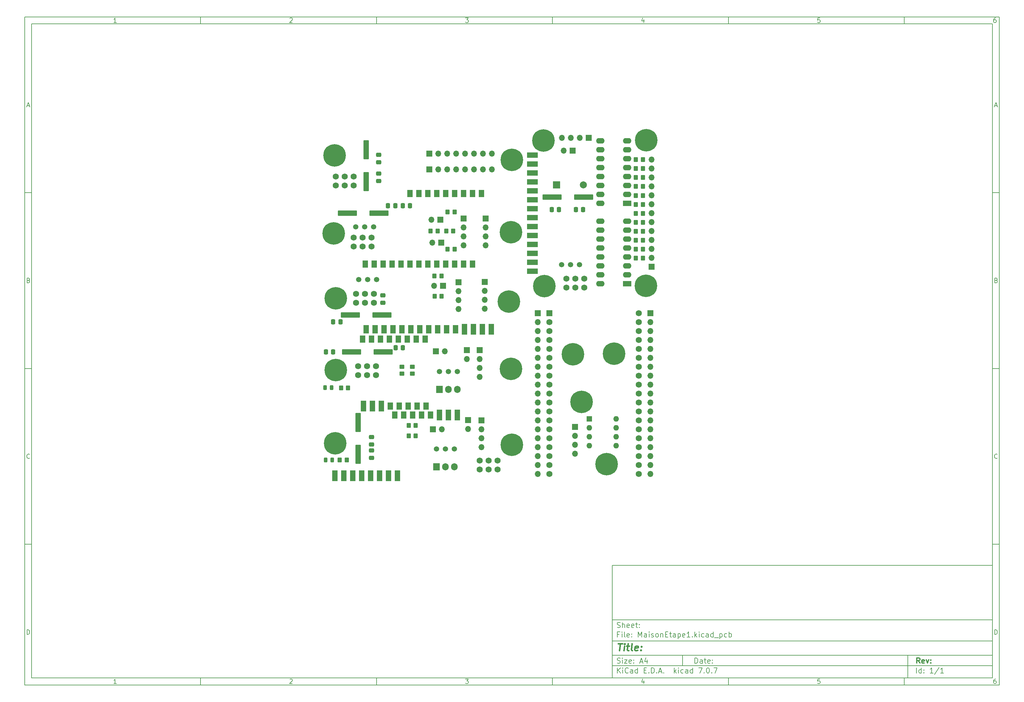
<source format=gbs>
%TF.GenerationSoftware,KiCad,Pcbnew,7.0.7*%
%TF.CreationDate,2023-11-05T18:49:29-05:00*%
%TF.ProjectId,MaisonEtape1,4d616973-6f6e-4457-9461-7065312e6b69,rev?*%
%TF.SameCoordinates,Original*%
%TF.FileFunction,Soldermask,Bot*%
%TF.FilePolarity,Negative*%
%FSLAX46Y46*%
G04 Gerber Fmt 4.6, Leading zero omitted, Abs format (unit mm)*
G04 Created by KiCad (PCBNEW 7.0.7) date 2023-11-05 18:49:29*
%MOMM*%
%LPD*%
G01*
G04 APERTURE LIST*
G04 Aperture macros list*
%AMRoundRect*
0 Rectangle with rounded corners*
0 $1 Rounding radius*
0 $2 $3 $4 $5 $6 $7 $8 $9 X,Y pos of 4 corners*
0 Add a 4 corners polygon primitive as box body*
4,1,4,$2,$3,$4,$5,$6,$7,$8,$9,$2,$3,0*
0 Add four circle primitives for the rounded corners*
1,1,$1+$1,$2,$3*
1,1,$1+$1,$4,$5*
1,1,$1+$1,$6,$7*
1,1,$1+$1,$8,$9*
0 Add four rect primitives between the rounded corners*
20,1,$1+$1,$2,$3,$4,$5,0*
20,1,$1+$1,$4,$5,$6,$7,0*
20,1,$1+$1,$6,$7,$8,$9,0*
20,1,$1+$1,$8,$9,$2,$3,0*%
%AMFreePoly0*
4,1,5,0.762000,-1.524000,-0.762000,-1.524000,-0.762000,1.524000,0.762000,1.524000,0.762000,-1.524000,0.762000,-1.524000,$1*%
%AMFreePoly1*
4,1,5,0.762000,-1.200000,-0.762000,-1.200000,-0.762000,1.200000,0.762000,1.200000,0.762000,-1.200000,0.762000,-1.200000,$1*%
%AMFreePoly2*
4,1,5,0.762000,-1.050000,-0.762000,-1.050000,-0.762000,1.050000,0.762000,1.050000,0.762000,-1.050000,0.762000,-1.050000,$1*%
%AMFreePoly3*
4,1,5,0.762000,-1.000000,-0.762000,-1.000000,-0.762000,1.000000,0.762000,1.000000,0.762000,-1.000000,0.762000,-1.000000,$1*%
G04 Aperture macros list end*
%ADD10C,0.100000*%
%ADD11C,0.150000*%
%ADD12C,0.300000*%
%ADD13C,0.400000*%
%ADD14C,6.400000*%
%ADD15FreePoly0,180.000000*%
%ADD16FreePoly1,180.000000*%
%ADD17R,1.700000X1.700000*%
%ADD18O,1.700000X1.700000*%
%ADD19C,1.750000*%
%ADD20C,0.800000*%
%ADD21FreePoly0,0.000000*%
%ADD22FreePoly2,0.000000*%
%ADD23R,2.000000X2.000000*%
%ADD24C,2.000000*%
%ADD25R,2.400000X1.600000*%
%ADD26O,2.400000X1.600000*%
%ADD27RoundRect,0.102000X-0.765000X-0.765000X0.765000X-0.765000X0.765000X0.765000X-0.765000X0.765000X0*%
%ADD28C,1.734000*%
%ADD29FreePoly3,0.000000*%
%ADD30C,1.500000*%
%ADD31R,1.905000X2.000000*%
%ADD32O,1.905000X2.000000*%
%ADD33FreePoly0,270.000000*%
%ADD34O,1.600000X1.600000*%
%ADD35R,1.600000X1.600000*%
%ADD36RoundRect,0.250000X0.350000X0.450000X-0.350000X0.450000X-0.350000X-0.450000X0.350000X-0.450000X0*%
%ADD37RoundRect,0.250000X-0.350000X-0.450000X0.350000X-0.450000X0.350000X0.450000X-0.350000X0.450000X0*%
%ADD38RoundRect,0.243750X-0.243750X-0.456250X0.243750X-0.456250X0.243750X0.456250X-0.243750X0.456250X0*%
%ADD39RoundRect,0.187500X0.562500X-2.562500X0.562500X2.562500X-0.562500X2.562500X-0.562500X-2.562500X0*%
%ADD40RoundRect,0.187500X2.562500X0.562500X-2.562500X0.562500X-2.562500X-0.562500X2.562500X-0.562500X0*%
%ADD41RoundRect,0.187500X-0.562500X2.562500X-0.562500X-2.562500X0.562500X-2.562500X0.562500X2.562500X0*%
%ADD42RoundRect,0.250000X0.475000X-0.337500X0.475000X0.337500X-0.475000X0.337500X-0.475000X-0.337500X0*%
%ADD43RoundRect,0.250000X-0.450000X0.350000X-0.450000X-0.350000X0.450000X-0.350000X0.450000X0.350000X0*%
%ADD44RoundRect,0.250000X-0.475000X0.337500X-0.475000X-0.337500X0.475000X-0.337500X0.475000X0.337500X0*%
%ADD45RoundRect,0.250000X-0.337500X-0.475000X0.337500X-0.475000X0.337500X0.475000X-0.337500X0.475000X0*%
%ADD46RoundRect,0.250000X0.337500X0.475000X-0.337500X0.475000X-0.337500X-0.475000X0.337500X-0.475000X0*%
G04 APERTURE END LIST*
D10*
D11*
X177002200Y-166007200D02*
X285002200Y-166007200D01*
X285002200Y-198007200D01*
X177002200Y-198007200D01*
X177002200Y-166007200D01*
D10*
D11*
X10000000Y-10000000D02*
X287002200Y-10000000D01*
X287002200Y-200007200D01*
X10000000Y-200007200D01*
X10000000Y-10000000D01*
D10*
D11*
X12000000Y-12000000D02*
X285002200Y-12000000D01*
X285002200Y-198007200D01*
X12000000Y-198007200D01*
X12000000Y-12000000D01*
D10*
D11*
X60000000Y-12000000D02*
X60000000Y-10000000D01*
D10*
D11*
X110000000Y-12000000D02*
X110000000Y-10000000D01*
D10*
D11*
X160000000Y-12000000D02*
X160000000Y-10000000D01*
D10*
D11*
X210000000Y-12000000D02*
X210000000Y-10000000D01*
D10*
D11*
X260000000Y-12000000D02*
X260000000Y-10000000D01*
D10*
D11*
X36089160Y-11593604D02*
X35346303Y-11593604D01*
X35717731Y-11593604D02*
X35717731Y-10293604D01*
X35717731Y-10293604D02*
X35593922Y-10479319D01*
X35593922Y-10479319D02*
X35470112Y-10603128D01*
X35470112Y-10603128D02*
X35346303Y-10665033D01*
D10*
D11*
X85346303Y-10417414D02*
X85408207Y-10355509D01*
X85408207Y-10355509D02*
X85532017Y-10293604D01*
X85532017Y-10293604D02*
X85841541Y-10293604D01*
X85841541Y-10293604D02*
X85965350Y-10355509D01*
X85965350Y-10355509D02*
X86027255Y-10417414D01*
X86027255Y-10417414D02*
X86089160Y-10541223D01*
X86089160Y-10541223D02*
X86089160Y-10665033D01*
X86089160Y-10665033D02*
X86027255Y-10850747D01*
X86027255Y-10850747D02*
X85284398Y-11593604D01*
X85284398Y-11593604D02*
X86089160Y-11593604D01*
D10*
D11*
X135284398Y-10293604D02*
X136089160Y-10293604D01*
X136089160Y-10293604D02*
X135655826Y-10788842D01*
X135655826Y-10788842D02*
X135841541Y-10788842D01*
X135841541Y-10788842D02*
X135965350Y-10850747D01*
X135965350Y-10850747D02*
X136027255Y-10912652D01*
X136027255Y-10912652D02*
X136089160Y-11036461D01*
X136089160Y-11036461D02*
X136089160Y-11345985D01*
X136089160Y-11345985D02*
X136027255Y-11469795D01*
X136027255Y-11469795D02*
X135965350Y-11531700D01*
X135965350Y-11531700D02*
X135841541Y-11593604D01*
X135841541Y-11593604D02*
X135470112Y-11593604D01*
X135470112Y-11593604D02*
X135346303Y-11531700D01*
X135346303Y-11531700D02*
X135284398Y-11469795D01*
D10*
D11*
X185965350Y-10726938D02*
X185965350Y-11593604D01*
X185655826Y-10231700D02*
X185346303Y-11160271D01*
X185346303Y-11160271D02*
X186151064Y-11160271D01*
D10*
D11*
X236027255Y-10293604D02*
X235408207Y-10293604D01*
X235408207Y-10293604D02*
X235346303Y-10912652D01*
X235346303Y-10912652D02*
X235408207Y-10850747D01*
X235408207Y-10850747D02*
X235532017Y-10788842D01*
X235532017Y-10788842D02*
X235841541Y-10788842D01*
X235841541Y-10788842D02*
X235965350Y-10850747D01*
X235965350Y-10850747D02*
X236027255Y-10912652D01*
X236027255Y-10912652D02*
X236089160Y-11036461D01*
X236089160Y-11036461D02*
X236089160Y-11345985D01*
X236089160Y-11345985D02*
X236027255Y-11469795D01*
X236027255Y-11469795D02*
X235965350Y-11531700D01*
X235965350Y-11531700D02*
X235841541Y-11593604D01*
X235841541Y-11593604D02*
X235532017Y-11593604D01*
X235532017Y-11593604D02*
X235408207Y-11531700D01*
X235408207Y-11531700D02*
X235346303Y-11469795D01*
D10*
D11*
X285965350Y-10293604D02*
X285717731Y-10293604D01*
X285717731Y-10293604D02*
X285593922Y-10355509D01*
X285593922Y-10355509D02*
X285532017Y-10417414D01*
X285532017Y-10417414D02*
X285408207Y-10603128D01*
X285408207Y-10603128D02*
X285346303Y-10850747D01*
X285346303Y-10850747D02*
X285346303Y-11345985D01*
X285346303Y-11345985D02*
X285408207Y-11469795D01*
X285408207Y-11469795D02*
X285470112Y-11531700D01*
X285470112Y-11531700D02*
X285593922Y-11593604D01*
X285593922Y-11593604D02*
X285841541Y-11593604D01*
X285841541Y-11593604D02*
X285965350Y-11531700D01*
X285965350Y-11531700D02*
X286027255Y-11469795D01*
X286027255Y-11469795D02*
X286089160Y-11345985D01*
X286089160Y-11345985D02*
X286089160Y-11036461D01*
X286089160Y-11036461D02*
X286027255Y-10912652D01*
X286027255Y-10912652D02*
X285965350Y-10850747D01*
X285965350Y-10850747D02*
X285841541Y-10788842D01*
X285841541Y-10788842D02*
X285593922Y-10788842D01*
X285593922Y-10788842D02*
X285470112Y-10850747D01*
X285470112Y-10850747D02*
X285408207Y-10912652D01*
X285408207Y-10912652D02*
X285346303Y-11036461D01*
D10*
D11*
X60000000Y-198007200D02*
X60000000Y-200007200D01*
D10*
D11*
X110000000Y-198007200D02*
X110000000Y-200007200D01*
D10*
D11*
X160000000Y-198007200D02*
X160000000Y-200007200D01*
D10*
D11*
X210000000Y-198007200D02*
X210000000Y-200007200D01*
D10*
D11*
X260000000Y-198007200D02*
X260000000Y-200007200D01*
D10*
D11*
X36089160Y-199600804D02*
X35346303Y-199600804D01*
X35717731Y-199600804D02*
X35717731Y-198300804D01*
X35717731Y-198300804D02*
X35593922Y-198486519D01*
X35593922Y-198486519D02*
X35470112Y-198610328D01*
X35470112Y-198610328D02*
X35346303Y-198672233D01*
D10*
D11*
X85346303Y-198424614D02*
X85408207Y-198362709D01*
X85408207Y-198362709D02*
X85532017Y-198300804D01*
X85532017Y-198300804D02*
X85841541Y-198300804D01*
X85841541Y-198300804D02*
X85965350Y-198362709D01*
X85965350Y-198362709D02*
X86027255Y-198424614D01*
X86027255Y-198424614D02*
X86089160Y-198548423D01*
X86089160Y-198548423D02*
X86089160Y-198672233D01*
X86089160Y-198672233D02*
X86027255Y-198857947D01*
X86027255Y-198857947D02*
X85284398Y-199600804D01*
X85284398Y-199600804D02*
X86089160Y-199600804D01*
D10*
D11*
X135284398Y-198300804D02*
X136089160Y-198300804D01*
X136089160Y-198300804D02*
X135655826Y-198796042D01*
X135655826Y-198796042D02*
X135841541Y-198796042D01*
X135841541Y-198796042D02*
X135965350Y-198857947D01*
X135965350Y-198857947D02*
X136027255Y-198919852D01*
X136027255Y-198919852D02*
X136089160Y-199043661D01*
X136089160Y-199043661D02*
X136089160Y-199353185D01*
X136089160Y-199353185D02*
X136027255Y-199476995D01*
X136027255Y-199476995D02*
X135965350Y-199538900D01*
X135965350Y-199538900D02*
X135841541Y-199600804D01*
X135841541Y-199600804D02*
X135470112Y-199600804D01*
X135470112Y-199600804D02*
X135346303Y-199538900D01*
X135346303Y-199538900D02*
X135284398Y-199476995D01*
D10*
D11*
X185965350Y-198734138D02*
X185965350Y-199600804D01*
X185655826Y-198238900D02*
X185346303Y-199167471D01*
X185346303Y-199167471D02*
X186151064Y-199167471D01*
D10*
D11*
X236027255Y-198300804D02*
X235408207Y-198300804D01*
X235408207Y-198300804D02*
X235346303Y-198919852D01*
X235346303Y-198919852D02*
X235408207Y-198857947D01*
X235408207Y-198857947D02*
X235532017Y-198796042D01*
X235532017Y-198796042D02*
X235841541Y-198796042D01*
X235841541Y-198796042D02*
X235965350Y-198857947D01*
X235965350Y-198857947D02*
X236027255Y-198919852D01*
X236027255Y-198919852D02*
X236089160Y-199043661D01*
X236089160Y-199043661D02*
X236089160Y-199353185D01*
X236089160Y-199353185D02*
X236027255Y-199476995D01*
X236027255Y-199476995D02*
X235965350Y-199538900D01*
X235965350Y-199538900D02*
X235841541Y-199600804D01*
X235841541Y-199600804D02*
X235532017Y-199600804D01*
X235532017Y-199600804D02*
X235408207Y-199538900D01*
X235408207Y-199538900D02*
X235346303Y-199476995D01*
D10*
D11*
X285965350Y-198300804D02*
X285717731Y-198300804D01*
X285717731Y-198300804D02*
X285593922Y-198362709D01*
X285593922Y-198362709D02*
X285532017Y-198424614D01*
X285532017Y-198424614D02*
X285408207Y-198610328D01*
X285408207Y-198610328D02*
X285346303Y-198857947D01*
X285346303Y-198857947D02*
X285346303Y-199353185D01*
X285346303Y-199353185D02*
X285408207Y-199476995D01*
X285408207Y-199476995D02*
X285470112Y-199538900D01*
X285470112Y-199538900D02*
X285593922Y-199600804D01*
X285593922Y-199600804D02*
X285841541Y-199600804D01*
X285841541Y-199600804D02*
X285965350Y-199538900D01*
X285965350Y-199538900D02*
X286027255Y-199476995D01*
X286027255Y-199476995D02*
X286089160Y-199353185D01*
X286089160Y-199353185D02*
X286089160Y-199043661D01*
X286089160Y-199043661D02*
X286027255Y-198919852D01*
X286027255Y-198919852D02*
X285965350Y-198857947D01*
X285965350Y-198857947D02*
X285841541Y-198796042D01*
X285841541Y-198796042D02*
X285593922Y-198796042D01*
X285593922Y-198796042D02*
X285470112Y-198857947D01*
X285470112Y-198857947D02*
X285408207Y-198919852D01*
X285408207Y-198919852D02*
X285346303Y-199043661D01*
D10*
D11*
X10000000Y-60000000D02*
X12000000Y-60000000D01*
D10*
D11*
X10000000Y-110000000D02*
X12000000Y-110000000D01*
D10*
D11*
X10000000Y-160000000D02*
X12000000Y-160000000D01*
D10*
D11*
X10690476Y-35222176D02*
X11309523Y-35222176D01*
X10566666Y-35593604D02*
X10999999Y-34293604D01*
X10999999Y-34293604D02*
X11433333Y-35593604D01*
D10*
D11*
X11092857Y-84912652D02*
X11278571Y-84974557D01*
X11278571Y-84974557D02*
X11340476Y-85036461D01*
X11340476Y-85036461D02*
X11402380Y-85160271D01*
X11402380Y-85160271D02*
X11402380Y-85345985D01*
X11402380Y-85345985D02*
X11340476Y-85469795D01*
X11340476Y-85469795D02*
X11278571Y-85531700D01*
X11278571Y-85531700D02*
X11154761Y-85593604D01*
X11154761Y-85593604D02*
X10659523Y-85593604D01*
X10659523Y-85593604D02*
X10659523Y-84293604D01*
X10659523Y-84293604D02*
X11092857Y-84293604D01*
X11092857Y-84293604D02*
X11216666Y-84355509D01*
X11216666Y-84355509D02*
X11278571Y-84417414D01*
X11278571Y-84417414D02*
X11340476Y-84541223D01*
X11340476Y-84541223D02*
X11340476Y-84665033D01*
X11340476Y-84665033D02*
X11278571Y-84788842D01*
X11278571Y-84788842D02*
X11216666Y-84850747D01*
X11216666Y-84850747D02*
X11092857Y-84912652D01*
X11092857Y-84912652D02*
X10659523Y-84912652D01*
D10*
D11*
X11402380Y-135469795D02*
X11340476Y-135531700D01*
X11340476Y-135531700D02*
X11154761Y-135593604D01*
X11154761Y-135593604D02*
X11030952Y-135593604D01*
X11030952Y-135593604D02*
X10845238Y-135531700D01*
X10845238Y-135531700D02*
X10721428Y-135407890D01*
X10721428Y-135407890D02*
X10659523Y-135284080D01*
X10659523Y-135284080D02*
X10597619Y-135036461D01*
X10597619Y-135036461D02*
X10597619Y-134850747D01*
X10597619Y-134850747D02*
X10659523Y-134603128D01*
X10659523Y-134603128D02*
X10721428Y-134479319D01*
X10721428Y-134479319D02*
X10845238Y-134355509D01*
X10845238Y-134355509D02*
X11030952Y-134293604D01*
X11030952Y-134293604D02*
X11154761Y-134293604D01*
X11154761Y-134293604D02*
X11340476Y-134355509D01*
X11340476Y-134355509D02*
X11402380Y-134417414D01*
D10*
D11*
X10659523Y-185593604D02*
X10659523Y-184293604D01*
X10659523Y-184293604D02*
X10969047Y-184293604D01*
X10969047Y-184293604D02*
X11154761Y-184355509D01*
X11154761Y-184355509D02*
X11278571Y-184479319D01*
X11278571Y-184479319D02*
X11340476Y-184603128D01*
X11340476Y-184603128D02*
X11402380Y-184850747D01*
X11402380Y-184850747D02*
X11402380Y-185036461D01*
X11402380Y-185036461D02*
X11340476Y-185284080D01*
X11340476Y-185284080D02*
X11278571Y-185407890D01*
X11278571Y-185407890D02*
X11154761Y-185531700D01*
X11154761Y-185531700D02*
X10969047Y-185593604D01*
X10969047Y-185593604D02*
X10659523Y-185593604D01*
D10*
D11*
X287002200Y-60000000D02*
X285002200Y-60000000D01*
D10*
D11*
X287002200Y-110000000D02*
X285002200Y-110000000D01*
D10*
D11*
X287002200Y-160000000D02*
X285002200Y-160000000D01*
D10*
D11*
X285692676Y-35222176D02*
X286311723Y-35222176D01*
X285568866Y-35593604D02*
X286002199Y-34293604D01*
X286002199Y-34293604D02*
X286435533Y-35593604D01*
D10*
D11*
X286095057Y-84912652D02*
X286280771Y-84974557D01*
X286280771Y-84974557D02*
X286342676Y-85036461D01*
X286342676Y-85036461D02*
X286404580Y-85160271D01*
X286404580Y-85160271D02*
X286404580Y-85345985D01*
X286404580Y-85345985D02*
X286342676Y-85469795D01*
X286342676Y-85469795D02*
X286280771Y-85531700D01*
X286280771Y-85531700D02*
X286156961Y-85593604D01*
X286156961Y-85593604D02*
X285661723Y-85593604D01*
X285661723Y-85593604D02*
X285661723Y-84293604D01*
X285661723Y-84293604D02*
X286095057Y-84293604D01*
X286095057Y-84293604D02*
X286218866Y-84355509D01*
X286218866Y-84355509D02*
X286280771Y-84417414D01*
X286280771Y-84417414D02*
X286342676Y-84541223D01*
X286342676Y-84541223D02*
X286342676Y-84665033D01*
X286342676Y-84665033D02*
X286280771Y-84788842D01*
X286280771Y-84788842D02*
X286218866Y-84850747D01*
X286218866Y-84850747D02*
X286095057Y-84912652D01*
X286095057Y-84912652D02*
X285661723Y-84912652D01*
D10*
D11*
X286404580Y-135469795D02*
X286342676Y-135531700D01*
X286342676Y-135531700D02*
X286156961Y-135593604D01*
X286156961Y-135593604D02*
X286033152Y-135593604D01*
X286033152Y-135593604D02*
X285847438Y-135531700D01*
X285847438Y-135531700D02*
X285723628Y-135407890D01*
X285723628Y-135407890D02*
X285661723Y-135284080D01*
X285661723Y-135284080D02*
X285599819Y-135036461D01*
X285599819Y-135036461D02*
X285599819Y-134850747D01*
X285599819Y-134850747D02*
X285661723Y-134603128D01*
X285661723Y-134603128D02*
X285723628Y-134479319D01*
X285723628Y-134479319D02*
X285847438Y-134355509D01*
X285847438Y-134355509D02*
X286033152Y-134293604D01*
X286033152Y-134293604D02*
X286156961Y-134293604D01*
X286156961Y-134293604D02*
X286342676Y-134355509D01*
X286342676Y-134355509D02*
X286404580Y-134417414D01*
D10*
D11*
X285661723Y-185593604D02*
X285661723Y-184293604D01*
X285661723Y-184293604D02*
X285971247Y-184293604D01*
X285971247Y-184293604D02*
X286156961Y-184355509D01*
X286156961Y-184355509D02*
X286280771Y-184479319D01*
X286280771Y-184479319D02*
X286342676Y-184603128D01*
X286342676Y-184603128D02*
X286404580Y-184850747D01*
X286404580Y-184850747D02*
X286404580Y-185036461D01*
X286404580Y-185036461D02*
X286342676Y-185284080D01*
X286342676Y-185284080D02*
X286280771Y-185407890D01*
X286280771Y-185407890D02*
X286156961Y-185531700D01*
X286156961Y-185531700D02*
X285971247Y-185593604D01*
X285971247Y-185593604D02*
X285661723Y-185593604D01*
D10*
D11*
X200458026Y-193793328D02*
X200458026Y-192293328D01*
X200458026Y-192293328D02*
X200815169Y-192293328D01*
X200815169Y-192293328D02*
X201029455Y-192364757D01*
X201029455Y-192364757D02*
X201172312Y-192507614D01*
X201172312Y-192507614D02*
X201243741Y-192650471D01*
X201243741Y-192650471D02*
X201315169Y-192936185D01*
X201315169Y-192936185D02*
X201315169Y-193150471D01*
X201315169Y-193150471D02*
X201243741Y-193436185D01*
X201243741Y-193436185D02*
X201172312Y-193579042D01*
X201172312Y-193579042D02*
X201029455Y-193721900D01*
X201029455Y-193721900D02*
X200815169Y-193793328D01*
X200815169Y-193793328D02*
X200458026Y-193793328D01*
X202600884Y-193793328D02*
X202600884Y-193007614D01*
X202600884Y-193007614D02*
X202529455Y-192864757D01*
X202529455Y-192864757D02*
X202386598Y-192793328D01*
X202386598Y-192793328D02*
X202100884Y-192793328D01*
X202100884Y-192793328D02*
X201958026Y-192864757D01*
X202600884Y-193721900D02*
X202458026Y-193793328D01*
X202458026Y-193793328D02*
X202100884Y-193793328D01*
X202100884Y-193793328D02*
X201958026Y-193721900D01*
X201958026Y-193721900D02*
X201886598Y-193579042D01*
X201886598Y-193579042D02*
X201886598Y-193436185D01*
X201886598Y-193436185D02*
X201958026Y-193293328D01*
X201958026Y-193293328D02*
X202100884Y-193221900D01*
X202100884Y-193221900D02*
X202458026Y-193221900D01*
X202458026Y-193221900D02*
X202600884Y-193150471D01*
X203100884Y-192793328D02*
X203672312Y-192793328D01*
X203315169Y-192293328D02*
X203315169Y-193579042D01*
X203315169Y-193579042D02*
X203386598Y-193721900D01*
X203386598Y-193721900D02*
X203529455Y-193793328D01*
X203529455Y-193793328D02*
X203672312Y-193793328D01*
X204743741Y-193721900D02*
X204600884Y-193793328D01*
X204600884Y-193793328D02*
X204315170Y-193793328D01*
X204315170Y-193793328D02*
X204172312Y-193721900D01*
X204172312Y-193721900D02*
X204100884Y-193579042D01*
X204100884Y-193579042D02*
X204100884Y-193007614D01*
X204100884Y-193007614D02*
X204172312Y-192864757D01*
X204172312Y-192864757D02*
X204315170Y-192793328D01*
X204315170Y-192793328D02*
X204600884Y-192793328D01*
X204600884Y-192793328D02*
X204743741Y-192864757D01*
X204743741Y-192864757D02*
X204815170Y-193007614D01*
X204815170Y-193007614D02*
X204815170Y-193150471D01*
X204815170Y-193150471D02*
X204100884Y-193293328D01*
X205458026Y-193650471D02*
X205529455Y-193721900D01*
X205529455Y-193721900D02*
X205458026Y-193793328D01*
X205458026Y-193793328D02*
X205386598Y-193721900D01*
X205386598Y-193721900D02*
X205458026Y-193650471D01*
X205458026Y-193650471D02*
X205458026Y-193793328D01*
X205458026Y-192864757D02*
X205529455Y-192936185D01*
X205529455Y-192936185D02*
X205458026Y-193007614D01*
X205458026Y-193007614D02*
X205386598Y-192936185D01*
X205386598Y-192936185D02*
X205458026Y-192864757D01*
X205458026Y-192864757D02*
X205458026Y-193007614D01*
D10*
D11*
X177002200Y-194507200D02*
X285002200Y-194507200D01*
D10*
D11*
X178458026Y-196593328D02*
X178458026Y-195093328D01*
X179315169Y-196593328D02*
X178672312Y-195736185D01*
X179315169Y-195093328D02*
X178458026Y-195950471D01*
X179958026Y-196593328D02*
X179958026Y-195593328D01*
X179958026Y-195093328D02*
X179886598Y-195164757D01*
X179886598Y-195164757D02*
X179958026Y-195236185D01*
X179958026Y-195236185D02*
X180029455Y-195164757D01*
X180029455Y-195164757D02*
X179958026Y-195093328D01*
X179958026Y-195093328D02*
X179958026Y-195236185D01*
X181529455Y-196450471D02*
X181458027Y-196521900D01*
X181458027Y-196521900D02*
X181243741Y-196593328D01*
X181243741Y-196593328D02*
X181100884Y-196593328D01*
X181100884Y-196593328D02*
X180886598Y-196521900D01*
X180886598Y-196521900D02*
X180743741Y-196379042D01*
X180743741Y-196379042D02*
X180672312Y-196236185D01*
X180672312Y-196236185D02*
X180600884Y-195950471D01*
X180600884Y-195950471D02*
X180600884Y-195736185D01*
X180600884Y-195736185D02*
X180672312Y-195450471D01*
X180672312Y-195450471D02*
X180743741Y-195307614D01*
X180743741Y-195307614D02*
X180886598Y-195164757D01*
X180886598Y-195164757D02*
X181100884Y-195093328D01*
X181100884Y-195093328D02*
X181243741Y-195093328D01*
X181243741Y-195093328D02*
X181458027Y-195164757D01*
X181458027Y-195164757D02*
X181529455Y-195236185D01*
X182815170Y-196593328D02*
X182815170Y-195807614D01*
X182815170Y-195807614D02*
X182743741Y-195664757D01*
X182743741Y-195664757D02*
X182600884Y-195593328D01*
X182600884Y-195593328D02*
X182315170Y-195593328D01*
X182315170Y-195593328D02*
X182172312Y-195664757D01*
X182815170Y-196521900D02*
X182672312Y-196593328D01*
X182672312Y-196593328D02*
X182315170Y-196593328D01*
X182315170Y-196593328D02*
X182172312Y-196521900D01*
X182172312Y-196521900D02*
X182100884Y-196379042D01*
X182100884Y-196379042D02*
X182100884Y-196236185D01*
X182100884Y-196236185D02*
X182172312Y-196093328D01*
X182172312Y-196093328D02*
X182315170Y-196021900D01*
X182315170Y-196021900D02*
X182672312Y-196021900D01*
X182672312Y-196021900D02*
X182815170Y-195950471D01*
X184172313Y-196593328D02*
X184172313Y-195093328D01*
X184172313Y-196521900D02*
X184029455Y-196593328D01*
X184029455Y-196593328D02*
X183743741Y-196593328D01*
X183743741Y-196593328D02*
X183600884Y-196521900D01*
X183600884Y-196521900D02*
X183529455Y-196450471D01*
X183529455Y-196450471D02*
X183458027Y-196307614D01*
X183458027Y-196307614D02*
X183458027Y-195879042D01*
X183458027Y-195879042D02*
X183529455Y-195736185D01*
X183529455Y-195736185D02*
X183600884Y-195664757D01*
X183600884Y-195664757D02*
X183743741Y-195593328D01*
X183743741Y-195593328D02*
X184029455Y-195593328D01*
X184029455Y-195593328D02*
X184172313Y-195664757D01*
X186029455Y-195807614D02*
X186529455Y-195807614D01*
X186743741Y-196593328D02*
X186029455Y-196593328D01*
X186029455Y-196593328D02*
X186029455Y-195093328D01*
X186029455Y-195093328D02*
X186743741Y-195093328D01*
X187386598Y-196450471D02*
X187458027Y-196521900D01*
X187458027Y-196521900D02*
X187386598Y-196593328D01*
X187386598Y-196593328D02*
X187315170Y-196521900D01*
X187315170Y-196521900D02*
X187386598Y-196450471D01*
X187386598Y-196450471D02*
X187386598Y-196593328D01*
X188100884Y-196593328D02*
X188100884Y-195093328D01*
X188100884Y-195093328D02*
X188458027Y-195093328D01*
X188458027Y-195093328D02*
X188672313Y-195164757D01*
X188672313Y-195164757D02*
X188815170Y-195307614D01*
X188815170Y-195307614D02*
X188886599Y-195450471D01*
X188886599Y-195450471D02*
X188958027Y-195736185D01*
X188958027Y-195736185D02*
X188958027Y-195950471D01*
X188958027Y-195950471D02*
X188886599Y-196236185D01*
X188886599Y-196236185D02*
X188815170Y-196379042D01*
X188815170Y-196379042D02*
X188672313Y-196521900D01*
X188672313Y-196521900D02*
X188458027Y-196593328D01*
X188458027Y-196593328D02*
X188100884Y-196593328D01*
X189600884Y-196450471D02*
X189672313Y-196521900D01*
X189672313Y-196521900D02*
X189600884Y-196593328D01*
X189600884Y-196593328D02*
X189529456Y-196521900D01*
X189529456Y-196521900D02*
X189600884Y-196450471D01*
X189600884Y-196450471D02*
X189600884Y-196593328D01*
X190243742Y-196164757D02*
X190958028Y-196164757D01*
X190100885Y-196593328D02*
X190600885Y-195093328D01*
X190600885Y-195093328D02*
X191100885Y-196593328D01*
X191600884Y-196450471D02*
X191672313Y-196521900D01*
X191672313Y-196521900D02*
X191600884Y-196593328D01*
X191600884Y-196593328D02*
X191529456Y-196521900D01*
X191529456Y-196521900D02*
X191600884Y-196450471D01*
X191600884Y-196450471D02*
X191600884Y-196593328D01*
X194600884Y-196593328D02*
X194600884Y-195093328D01*
X194743742Y-196021900D02*
X195172313Y-196593328D01*
X195172313Y-195593328D02*
X194600884Y-196164757D01*
X195815170Y-196593328D02*
X195815170Y-195593328D01*
X195815170Y-195093328D02*
X195743742Y-195164757D01*
X195743742Y-195164757D02*
X195815170Y-195236185D01*
X195815170Y-195236185D02*
X195886599Y-195164757D01*
X195886599Y-195164757D02*
X195815170Y-195093328D01*
X195815170Y-195093328D02*
X195815170Y-195236185D01*
X197172314Y-196521900D02*
X197029456Y-196593328D01*
X197029456Y-196593328D02*
X196743742Y-196593328D01*
X196743742Y-196593328D02*
X196600885Y-196521900D01*
X196600885Y-196521900D02*
X196529456Y-196450471D01*
X196529456Y-196450471D02*
X196458028Y-196307614D01*
X196458028Y-196307614D02*
X196458028Y-195879042D01*
X196458028Y-195879042D02*
X196529456Y-195736185D01*
X196529456Y-195736185D02*
X196600885Y-195664757D01*
X196600885Y-195664757D02*
X196743742Y-195593328D01*
X196743742Y-195593328D02*
X197029456Y-195593328D01*
X197029456Y-195593328D02*
X197172314Y-195664757D01*
X198458028Y-196593328D02*
X198458028Y-195807614D01*
X198458028Y-195807614D02*
X198386599Y-195664757D01*
X198386599Y-195664757D02*
X198243742Y-195593328D01*
X198243742Y-195593328D02*
X197958028Y-195593328D01*
X197958028Y-195593328D02*
X197815170Y-195664757D01*
X198458028Y-196521900D02*
X198315170Y-196593328D01*
X198315170Y-196593328D02*
X197958028Y-196593328D01*
X197958028Y-196593328D02*
X197815170Y-196521900D01*
X197815170Y-196521900D02*
X197743742Y-196379042D01*
X197743742Y-196379042D02*
X197743742Y-196236185D01*
X197743742Y-196236185D02*
X197815170Y-196093328D01*
X197815170Y-196093328D02*
X197958028Y-196021900D01*
X197958028Y-196021900D02*
X198315170Y-196021900D01*
X198315170Y-196021900D02*
X198458028Y-195950471D01*
X199815171Y-196593328D02*
X199815171Y-195093328D01*
X199815171Y-196521900D02*
X199672313Y-196593328D01*
X199672313Y-196593328D02*
X199386599Y-196593328D01*
X199386599Y-196593328D02*
X199243742Y-196521900D01*
X199243742Y-196521900D02*
X199172313Y-196450471D01*
X199172313Y-196450471D02*
X199100885Y-196307614D01*
X199100885Y-196307614D02*
X199100885Y-195879042D01*
X199100885Y-195879042D02*
X199172313Y-195736185D01*
X199172313Y-195736185D02*
X199243742Y-195664757D01*
X199243742Y-195664757D02*
X199386599Y-195593328D01*
X199386599Y-195593328D02*
X199672313Y-195593328D01*
X199672313Y-195593328D02*
X199815171Y-195664757D01*
X201529456Y-195093328D02*
X202529456Y-195093328D01*
X202529456Y-195093328D02*
X201886599Y-196593328D01*
X203100884Y-196450471D02*
X203172313Y-196521900D01*
X203172313Y-196521900D02*
X203100884Y-196593328D01*
X203100884Y-196593328D02*
X203029456Y-196521900D01*
X203029456Y-196521900D02*
X203100884Y-196450471D01*
X203100884Y-196450471D02*
X203100884Y-196593328D01*
X204100885Y-195093328D02*
X204243742Y-195093328D01*
X204243742Y-195093328D02*
X204386599Y-195164757D01*
X204386599Y-195164757D02*
X204458028Y-195236185D01*
X204458028Y-195236185D02*
X204529456Y-195379042D01*
X204529456Y-195379042D02*
X204600885Y-195664757D01*
X204600885Y-195664757D02*
X204600885Y-196021900D01*
X204600885Y-196021900D02*
X204529456Y-196307614D01*
X204529456Y-196307614D02*
X204458028Y-196450471D01*
X204458028Y-196450471D02*
X204386599Y-196521900D01*
X204386599Y-196521900D02*
X204243742Y-196593328D01*
X204243742Y-196593328D02*
X204100885Y-196593328D01*
X204100885Y-196593328D02*
X203958028Y-196521900D01*
X203958028Y-196521900D02*
X203886599Y-196450471D01*
X203886599Y-196450471D02*
X203815170Y-196307614D01*
X203815170Y-196307614D02*
X203743742Y-196021900D01*
X203743742Y-196021900D02*
X203743742Y-195664757D01*
X203743742Y-195664757D02*
X203815170Y-195379042D01*
X203815170Y-195379042D02*
X203886599Y-195236185D01*
X203886599Y-195236185D02*
X203958028Y-195164757D01*
X203958028Y-195164757D02*
X204100885Y-195093328D01*
X205243741Y-196450471D02*
X205315170Y-196521900D01*
X205315170Y-196521900D02*
X205243741Y-196593328D01*
X205243741Y-196593328D02*
X205172313Y-196521900D01*
X205172313Y-196521900D02*
X205243741Y-196450471D01*
X205243741Y-196450471D02*
X205243741Y-196593328D01*
X205815170Y-195093328D02*
X206815170Y-195093328D01*
X206815170Y-195093328D02*
X206172313Y-196593328D01*
D10*
D11*
X177002200Y-191507200D02*
X285002200Y-191507200D01*
D10*
D12*
X264413853Y-193785528D02*
X263913853Y-193071242D01*
X263556710Y-193785528D02*
X263556710Y-192285528D01*
X263556710Y-192285528D02*
X264128139Y-192285528D01*
X264128139Y-192285528D02*
X264270996Y-192356957D01*
X264270996Y-192356957D02*
X264342425Y-192428385D01*
X264342425Y-192428385D02*
X264413853Y-192571242D01*
X264413853Y-192571242D02*
X264413853Y-192785528D01*
X264413853Y-192785528D02*
X264342425Y-192928385D01*
X264342425Y-192928385D02*
X264270996Y-192999814D01*
X264270996Y-192999814D02*
X264128139Y-193071242D01*
X264128139Y-193071242D02*
X263556710Y-193071242D01*
X265628139Y-193714100D02*
X265485282Y-193785528D01*
X265485282Y-193785528D02*
X265199568Y-193785528D01*
X265199568Y-193785528D02*
X265056710Y-193714100D01*
X265056710Y-193714100D02*
X264985282Y-193571242D01*
X264985282Y-193571242D02*
X264985282Y-192999814D01*
X264985282Y-192999814D02*
X265056710Y-192856957D01*
X265056710Y-192856957D02*
X265199568Y-192785528D01*
X265199568Y-192785528D02*
X265485282Y-192785528D01*
X265485282Y-192785528D02*
X265628139Y-192856957D01*
X265628139Y-192856957D02*
X265699568Y-192999814D01*
X265699568Y-192999814D02*
X265699568Y-193142671D01*
X265699568Y-193142671D02*
X264985282Y-193285528D01*
X266199567Y-192785528D02*
X266556710Y-193785528D01*
X266556710Y-193785528D02*
X266913853Y-192785528D01*
X267485281Y-193642671D02*
X267556710Y-193714100D01*
X267556710Y-193714100D02*
X267485281Y-193785528D01*
X267485281Y-193785528D02*
X267413853Y-193714100D01*
X267413853Y-193714100D02*
X267485281Y-193642671D01*
X267485281Y-193642671D02*
X267485281Y-193785528D01*
X267485281Y-192856957D02*
X267556710Y-192928385D01*
X267556710Y-192928385D02*
X267485281Y-192999814D01*
X267485281Y-192999814D02*
X267413853Y-192928385D01*
X267413853Y-192928385D02*
X267485281Y-192856957D01*
X267485281Y-192856957D02*
X267485281Y-192999814D01*
D10*
D11*
X178386598Y-193721900D02*
X178600884Y-193793328D01*
X178600884Y-193793328D02*
X178958026Y-193793328D01*
X178958026Y-193793328D02*
X179100884Y-193721900D01*
X179100884Y-193721900D02*
X179172312Y-193650471D01*
X179172312Y-193650471D02*
X179243741Y-193507614D01*
X179243741Y-193507614D02*
X179243741Y-193364757D01*
X179243741Y-193364757D02*
X179172312Y-193221900D01*
X179172312Y-193221900D02*
X179100884Y-193150471D01*
X179100884Y-193150471D02*
X178958026Y-193079042D01*
X178958026Y-193079042D02*
X178672312Y-193007614D01*
X178672312Y-193007614D02*
X178529455Y-192936185D01*
X178529455Y-192936185D02*
X178458026Y-192864757D01*
X178458026Y-192864757D02*
X178386598Y-192721900D01*
X178386598Y-192721900D02*
X178386598Y-192579042D01*
X178386598Y-192579042D02*
X178458026Y-192436185D01*
X178458026Y-192436185D02*
X178529455Y-192364757D01*
X178529455Y-192364757D02*
X178672312Y-192293328D01*
X178672312Y-192293328D02*
X179029455Y-192293328D01*
X179029455Y-192293328D02*
X179243741Y-192364757D01*
X179886597Y-193793328D02*
X179886597Y-192793328D01*
X179886597Y-192293328D02*
X179815169Y-192364757D01*
X179815169Y-192364757D02*
X179886597Y-192436185D01*
X179886597Y-192436185D02*
X179958026Y-192364757D01*
X179958026Y-192364757D02*
X179886597Y-192293328D01*
X179886597Y-192293328D02*
X179886597Y-192436185D01*
X180458026Y-192793328D02*
X181243741Y-192793328D01*
X181243741Y-192793328D02*
X180458026Y-193793328D01*
X180458026Y-193793328D02*
X181243741Y-193793328D01*
X182386598Y-193721900D02*
X182243741Y-193793328D01*
X182243741Y-193793328D02*
X181958027Y-193793328D01*
X181958027Y-193793328D02*
X181815169Y-193721900D01*
X181815169Y-193721900D02*
X181743741Y-193579042D01*
X181743741Y-193579042D02*
X181743741Y-193007614D01*
X181743741Y-193007614D02*
X181815169Y-192864757D01*
X181815169Y-192864757D02*
X181958027Y-192793328D01*
X181958027Y-192793328D02*
X182243741Y-192793328D01*
X182243741Y-192793328D02*
X182386598Y-192864757D01*
X182386598Y-192864757D02*
X182458027Y-193007614D01*
X182458027Y-193007614D02*
X182458027Y-193150471D01*
X182458027Y-193150471D02*
X181743741Y-193293328D01*
X183100883Y-193650471D02*
X183172312Y-193721900D01*
X183172312Y-193721900D02*
X183100883Y-193793328D01*
X183100883Y-193793328D02*
X183029455Y-193721900D01*
X183029455Y-193721900D02*
X183100883Y-193650471D01*
X183100883Y-193650471D02*
X183100883Y-193793328D01*
X183100883Y-192864757D02*
X183172312Y-192936185D01*
X183172312Y-192936185D02*
X183100883Y-193007614D01*
X183100883Y-193007614D02*
X183029455Y-192936185D01*
X183029455Y-192936185D02*
X183100883Y-192864757D01*
X183100883Y-192864757D02*
X183100883Y-193007614D01*
X184886598Y-193364757D02*
X185600884Y-193364757D01*
X184743741Y-193793328D02*
X185243741Y-192293328D01*
X185243741Y-192293328D02*
X185743741Y-193793328D01*
X186886598Y-192793328D02*
X186886598Y-193793328D01*
X186529455Y-192221900D02*
X186172312Y-193293328D01*
X186172312Y-193293328D02*
X187100883Y-193293328D01*
D10*
D11*
X263458026Y-196593328D02*
X263458026Y-195093328D01*
X264815170Y-196593328D02*
X264815170Y-195093328D01*
X264815170Y-196521900D02*
X264672312Y-196593328D01*
X264672312Y-196593328D02*
X264386598Y-196593328D01*
X264386598Y-196593328D02*
X264243741Y-196521900D01*
X264243741Y-196521900D02*
X264172312Y-196450471D01*
X264172312Y-196450471D02*
X264100884Y-196307614D01*
X264100884Y-196307614D02*
X264100884Y-195879042D01*
X264100884Y-195879042D02*
X264172312Y-195736185D01*
X264172312Y-195736185D02*
X264243741Y-195664757D01*
X264243741Y-195664757D02*
X264386598Y-195593328D01*
X264386598Y-195593328D02*
X264672312Y-195593328D01*
X264672312Y-195593328D02*
X264815170Y-195664757D01*
X265529455Y-196450471D02*
X265600884Y-196521900D01*
X265600884Y-196521900D02*
X265529455Y-196593328D01*
X265529455Y-196593328D02*
X265458027Y-196521900D01*
X265458027Y-196521900D02*
X265529455Y-196450471D01*
X265529455Y-196450471D02*
X265529455Y-196593328D01*
X265529455Y-195664757D02*
X265600884Y-195736185D01*
X265600884Y-195736185D02*
X265529455Y-195807614D01*
X265529455Y-195807614D02*
X265458027Y-195736185D01*
X265458027Y-195736185D02*
X265529455Y-195664757D01*
X265529455Y-195664757D02*
X265529455Y-195807614D01*
X268172313Y-196593328D02*
X267315170Y-196593328D01*
X267743741Y-196593328D02*
X267743741Y-195093328D01*
X267743741Y-195093328D02*
X267600884Y-195307614D01*
X267600884Y-195307614D02*
X267458027Y-195450471D01*
X267458027Y-195450471D02*
X267315170Y-195521900D01*
X269886598Y-195021900D02*
X268600884Y-196950471D01*
X271172313Y-196593328D02*
X270315170Y-196593328D01*
X270743741Y-196593328D02*
X270743741Y-195093328D01*
X270743741Y-195093328D02*
X270600884Y-195307614D01*
X270600884Y-195307614D02*
X270458027Y-195450471D01*
X270458027Y-195450471D02*
X270315170Y-195521900D01*
D10*
D11*
X177002200Y-187507200D02*
X285002200Y-187507200D01*
D10*
D13*
X178693928Y-188211638D02*
X179836785Y-188211638D01*
X179015357Y-190211638D02*
X179265357Y-188211638D01*
X180253452Y-190211638D02*
X180420119Y-188878304D01*
X180503452Y-188211638D02*
X180396309Y-188306876D01*
X180396309Y-188306876D02*
X180479643Y-188402114D01*
X180479643Y-188402114D02*
X180586786Y-188306876D01*
X180586786Y-188306876D02*
X180503452Y-188211638D01*
X180503452Y-188211638D02*
X180479643Y-188402114D01*
X181086786Y-188878304D02*
X181848690Y-188878304D01*
X181455833Y-188211638D02*
X181241548Y-189925923D01*
X181241548Y-189925923D02*
X181312976Y-190116400D01*
X181312976Y-190116400D02*
X181491548Y-190211638D01*
X181491548Y-190211638D02*
X181682024Y-190211638D01*
X182634405Y-190211638D02*
X182455833Y-190116400D01*
X182455833Y-190116400D02*
X182384405Y-189925923D01*
X182384405Y-189925923D02*
X182598690Y-188211638D01*
X184170119Y-190116400D02*
X183967738Y-190211638D01*
X183967738Y-190211638D02*
X183586785Y-190211638D01*
X183586785Y-190211638D02*
X183408214Y-190116400D01*
X183408214Y-190116400D02*
X183336785Y-189925923D01*
X183336785Y-189925923D02*
X183432024Y-189164019D01*
X183432024Y-189164019D02*
X183551071Y-188973542D01*
X183551071Y-188973542D02*
X183753452Y-188878304D01*
X183753452Y-188878304D02*
X184134404Y-188878304D01*
X184134404Y-188878304D02*
X184312976Y-188973542D01*
X184312976Y-188973542D02*
X184384404Y-189164019D01*
X184384404Y-189164019D02*
X184360595Y-189354495D01*
X184360595Y-189354495D02*
X183384404Y-189544971D01*
X185134405Y-190021161D02*
X185217738Y-190116400D01*
X185217738Y-190116400D02*
X185110595Y-190211638D01*
X185110595Y-190211638D02*
X185027262Y-190116400D01*
X185027262Y-190116400D02*
X185134405Y-190021161D01*
X185134405Y-190021161D02*
X185110595Y-190211638D01*
X185265357Y-188973542D02*
X185348690Y-189068780D01*
X185348690Y-189068780D02*
X185241548Y-189164019D01*
X185241548Y-189164019D02*
X185158214Y-189068780D01*
X185158214Y-189068780D02*
X185265357Y-188973542D01*
X185265357Y-188973542D02*
X185241548Y-189164019D01*
D10*
D11*
X178958026Y-185607614D02*
X178458026Y-185607614D01*
X178458026Y-186393328D02*
X178458026Y-184893328D01*
X178458026Y-184893328D02*
X179172312Y-184893328D01*
X179743740Y-186393328D02*
X179743740Y-185393328D01*
X179743740Y-184893328D02*
X179672312Y-184964757D01*
X179672312Y-184964757D02*
X179743740Y-185036185D01*
X179743740Y-185036185D02*
X179815169Y-184964757D01*
X179815169Y-184964757D02*
X179743740Y-184893328D01*
X179743740Y-184893328D02*
X179743740Y-185036185D01*
X180672312Y-186393328D02*
X180529455Y-186321900D01*
X180529455Y-186321900D02*
X180458026Y-186179042D01*
X180458026Y-186179042D02*
X180458026Y-184893328D01*
X181815169Y-186321900D02*
X181672312Y-186393328D01*
X181672312Y-186393328D02*
X181386598Y-186393328D01*
X181386598Y-186393328D02*
X181243740Y-186321900D01*
X181243740Y-186321900D02*
X181172312Y-186179042D01*
X181172312Y-186179042D02*
X181172312Y-185607614D01*
X181172312Y-185607614D02*
X181243740Y-185464757D01*
X181243740Y-185464757D02*
X181386598Y-185393328D01*
X181386598Y-185393328D02*
X181672312Y-185393328D01*
X181672312Y-185393328D02*
X181815169Y-185464757D01*
X181815169Y-185464757D02*
X181886598Y-185607614D01*
X181886598Y-185607614D02*
X181886598Y-185750471D01*
X181886598Y-185750471D02*
X181172312Y-185893328D01*
X182529454Y-186250471D02*
X182600883Y-186321900D01*
X182600883Y-186321900D02*
X182529454Y-186393328D01*
X182529454Y-186393328D02*
X182458026Y-186321900D01*
X182458026Y-186321900D02*
X182529454Y-186250471D01*
X182529454Y-186250471D02*
X182529454Y-186393328D01*
X182529454Y-185464757D02*
X182600883Y-185536185D01*
X182600883Y-185536185D02*
X182529454Y-185607614D01*
X182529454Y-185607614D02*
X182458026Y-185536185D01*
X182458026Y-185536185D02*
X182529454Y-185464757D01*
X182529454Y-185464757D02*
X182529454Y-185607614D01*
X184386597Y-186393328D02*
X184386597Y-184893328D01*
X184386597Y-184893328D02*
X184886597Y-185964757D01*
X184886597Y-185964757D02*
X185386597Y-184893328D01*
X185386597Y-184893328D02*
X185386597Y-186393328D01*
X186743741Y-186393328D02*
X186743741Y-185607614D01*
X186743741Y-185607614D02*
X186672312Y-185464757D01*
X186672312Y-185464757D02*
X186529455Y-185393328D01*
X186529455Y-185393328D02*
X186243741Y-185393328D01*
X186243741Y-185393328D02*
X186100883Y-185464757D01*
X186743741Y-186321900D02*
X186600883Y-186393328D01*
X186600883Y-186393328D02*
X186243741Y-186393328D01*
X186243741Y-186393328D02*
X186100883Y-186321900D01*
X186100883Y-186321900D02*
X186029455Y-186179042D01*
X186029455Y-186179042D02*
X186029455Y-186036185D01*
X186029455Y-186036185D02*
X186100883Y-185893328D01*
X186100883Y-185893328D02*
X186243741Y-185821900D01*
X186243741Y-185821900D02*
X186600883Y-185821900D01*
X186600883Y-185821900D02*
X186743741Y-185750471D01*
X187458026Y-186393328D02*
X187458026Y-185393328D01*
X187458026Y-184893328D02*
X187386598Y-184964757D01*
X187386598Y-184964757D02*
X187458026Y-185036185D01*
X187458026Y-185036185D02*
X187529455Y-184964757D01*
X187529455Y-184964757D02*
X187458026Y-184893328D01*
X187458026Y-184893328D02*
X187458026Y-185036185D01*
X188100884Y-186321900D02*
X188243741Y-186393328D01*
X188243741Y-186393328D02*
X188529455Y-186393328D01*
X188529455Y-186393328D02*
X188672312Y-186321900D01*
X188672312Y-186321900D02*
X188743741Y-186179042D01*
X188743741Y-186179042D02*
X188743741Y-186107614D01*
X188743741Y-186107614D02*
X188672312Y-185964757D01*
X188672312Y-185964757D02*
X188529455Y-185893328D01*
X188529455Y-185893328D02*
X188315170Y-185893328D01*
X188315170Y-185893328D02*
X188172312Y-185821900D01*
X188172312Y-185821900D02*
X188100884Y-185679042D01*
X188100884Y-185679042D02*
X188100884Y-185607614D01*
X188100884Y-185607614D02*
X188172312Y-185464757D01*
X188172312Y-185464757D02*
X188315170Y-185393328D01*
X188315170Y-185393328D02*
X188529455Y-185393328D01*
X188529455Y-185393328D02*
X188672312Y-185464757D01*
X189600884Y-186393328D02*
X189458027Y-186321900D01*
X189458027Y-186321900D02*
X189386598Y-186250471D01*
X189386598Y-186250471D02*
X189315170Y-186107614D01*
X189315170Y-186107614D02*
X189315170Y-185679042D01*
X189315170Y-185679042D02*
X189386598Y-185536185D01*
X189386598Y-185536185D02*
X189458027Y-185464757D01*
X189458027Y-185464757D02*
X189600884Y-185393328D01*
X189600884Y-185393328D02*
X189815170Y-185393328D01*
X189815170Y-185393328D02*
X189958027Y-185464757D01*
X189958027Y-185464757D02*
X190029456Y-185536185D01*
X190029456Y-185536185D02*
X190100884Y-185679042D01*
X190100884Y-185679042D02*
X190100884Y-186107614D01*
X190100884Y-186107614D02*
X190029456Y-186250471D01*
X190029456Y-186250471D02*
X189958027Y-186321900D01*
X189958027Y-186321900D02*
X189815170Y-186393328D01*
X189815170Y-186393328D02*
X189600884Y-186393328D01*
X190743741Y-185393328D02*
X190743741Y-186393328D01*
X190743741Y-185536185D02*
X190815170Y-185464757D01*
X190815170Y-185464757D02*
X190958027Y-185393328D01*
X190958027Y-185393328D02*
X191172313Y-185393328D01*
X191172313Y-185393328D02*
X191315170Y-185464757D01*
X191315170Y-185464757D02*
X191386599Y-185607614D01*
X191386599Y-185607614D02*
X191386599Y-186393328D01*
X192100884Y-185607614D02*
X192600884Y-185607614D01*
X192815170Y-186393328D02*
X192100884Y-186393328D01*
X192100884Y-186393328D02*
X192100884Y-184893328D01*
X192100884Y-184893328D02*
X192815170Y-184893328D01*
X193243742Y-185393328D02*
X193815170Y-185393328D01*
X193458027Y-184893328D02*
X193458027Y-186179042D01*
X193458027Y-186179042D02*
X193529456Y-186321900D01*
X193529456Y-186321900D02*
X193672313Y-186393328D01*
X193672313Y-186393328D02*
X193815170Y-186393328D01*
X194958028Y-186393328D02*
X194958028Y-185607614D01*
X194958028Y-185607614D02*
X194886599Y-185464757D01*
X194886599Y-185464757D02*
X194743742Y-185393328D01*
X194743742Y-185393328D02*
X194458028Y-185393328D01*
X194458028Y-185393328D02*
X194315170Y-185464757D01*
X194958028Y-186321900D02*
X194815170Y-186393328D01*
X194815170Y-186393328D02*
X194458028Y-186393328D01*
X194458028Y-186393328D02*
X194315170Y-186321900D01*
X194315170Y-186321900D02*
X194243742Y-186179042D01*
X194243742Y-186179042D02*
X194243742Y-186036185D01*
X194243742Y-186036185D02*
X194315170Y-185893328D01*
X194315170Y-185893328D02*
X194458028Y-185821900D01*
X194458028Y-185821900D02*
X194815170Y-185821900D01*
X194815170Y-185821900D02*
X194958028Y-185750471D01*
X195672313Y-185393328D02*
X195672313Y-186893328D01*
X195672313Y-185464757D02*
X195815171Y-185393328D01*
X195815171Y-185393328D02*
X196100885Y-185393328D01*
X196100885Y-185393328D02*
X196243742Y-185464757D01*
X196243742Y-185464757D02*
X196315171Y-185536185D01*
X196315171Y-185536185D02*
X196386599Y-185679042D01*
X196386599Y-185679042D02*
X196386599Y-186107614D01*
X196386599Y-186107614D02*
X196315171Y-186250471D01*
X196315171Y-186250471D02*
X196243742Y-186321900D01*
X196243742Y-186321900D02*
X196100885Y-186393328D01*
X196100885Y-186393328D02*
X195815171Y-186393328D01*
X195815171Y-186393328D02*
X195672313Y-186321900D01*
X197600885Y-186321900D02*
X197458028Y-186393328D01*
X197458028Y-186393328D02*
X197172314Y-186393328D01*
X197172314Y-186393328D02*
X197029456Y-186321900D01*
X197029456Y-186321900D02*
X196958028Y-186179042D01*
X196958028Y-186179042D02*
X196958028Y-185607614D01*
X196958028Y-185607614D02*
X197029456Y-185464757D01*
X197029456Y-185464757D02*
X197172314Y-185393328D01*
X197172314Y-185393328D02*
X197458028Y-185393328D01*
X197458028Y-185393328D02*
X197600885Y-185464757D01*
X197600885Y-185464757D02*
X197672314Y-185607614D01*
X197672314Y-185607614D02*
X197672314Y-185750471D01*
X197672314Y-185750471D02*
X196958028Y-185893328D01*
X199100885Y-186393328D02*
X198243742Y-186393328D01*
X198672313Y-186393328D02*
X198672313Y-184893328D01*
X198672313Y-184893328D02*
X198529456Y-185107614D01*
X198529456Y-185107614D02*
X198386599Y-185250471D01*
X198386599Y-185250471D02*
X198243742Y-185321900D01*
X199743741Y-186250471D02*
X199815170Y-186321900D01*
X199815170Y-186321900D02*
X199743741Y-186393328D01*
X199743741Y-186393328D02*
X199672313Y-186321900D01*
X199672313Y-186321900D02*
X199743741Y-186250471D01*
X199743741Y-186250471D02*
X199743741Y-186393328D01*
X200458027Y-186393328D02*
X200458027Y-184893328D01*
X200600885Y-185821900D02*
X201029456Y-186393328D01*
X201029456Y-185393328D02*
X200458027Y-185964757D01*
X201672313Y-186393328D02*
X201672313Y-185393328D01*
X201672313Y-184893328D02*
X201600885Y-184964757D01*
X201600885Y-184964757D02*
X201672313Y-185036185D01*
X201672313Y-185036185D02*
X201743742Y-184964757D01*
X201743742Y-184964757D02*
X201672313Y-184893328D01*
X201672313Y-184893328D02*
X201672313Y-185036185D01*
X203029457Y-186321900D02*
X202886599Y-186393328D01*
X202886599Y-186393328D02*
X202600885Y-186393328D01*
X202600885Y-186393328D02*
X202458028Y-186321900D01*
X202458028Y-186321900D02*
X202386599Y-186250471D01*
X202386599Y-186250471D02*
X202315171Y-186107614D01*
X202315171Y-186107614D02*
X202315171Y-185679042D01*
X202315171Y-185679042D02*
X202386599Y-185536185D01*
X202386599Y-185536185D02*
X202458028Y-185464757D01*
X202458028Y-185464757D02*
X202600885Y-185393328D01*
X202600885Y-185393328D02*
X202886599Y-185393328D01*
X202886599Y-185393328D02*
X203029457Y-185464757D01*
X204315171Y-186393328D02*
X204315171Y-185607614D01*
X204315171Y-185607614D02*
X204243742Y-185464757D01*
X204243742Y-185464757D02*
X204100885Y-185393328D01*
X204100885Y-185393328D02*
X203815171Y-185393328D01*
X203815171Y-185393328D02*
X203672313Y-185464757D01*
X204315171Y-186321900D02*
X204172313Y-186393328D01*
X204172313Y-186393328D02*
X203815171Y-186393328D01*
X203815171Y-186393328D02*
X203672313Y-186321900D01*
X203672313Y-186321900D02*
X203600885Y-186179042D01*
X203600885Y-186179042D02*
X203600885Y-186036185D01*
X203600885Y-186036185D02*
X203672313Y-185893328D01*
X203672313Y-185893328D02*
X203815171Y-185821900D01*
X203815171Y-185821900D02*
X204172313Y-185821900D01*
X204172313Y-185821900D02*
X204315171Y-185750471D01*
X205672314Y-186393328D02*
X205672314Y-184893328D01*
X205672314Y-186321900D02*
X205529456Y-186393328D01*
X205529456Y-186393328D02*
X205243742Y-186393328D01*
X205243742Y-186393328D02*
X205100885Y-186321900D01*
X205100885Y-186321900D02*
X205029456Y-186250471D01*
X205029456Y-186250471D02*
X204958028Y-186107614D01*
X204958028Y-186107614D02*
X204958028Y-185679042D01*
X204958028Y-185679042D02*
X205029456Y-185536185D01*
X205029456Y-185536185D02*
X205100885Y-185464757D01*
X205100885Y-185464757D02*
X205243742Y-185393328D01*
X205243742Y-185393328D02*
X205529456Y-185393328D01*
X205529456Y-185393328D02*
X205672314Y-185464757D01*
X206029457Y-186536185D02*
X207172314Y-186536185D01*
X207529456Y-185393328D02*
X207529456Y-186893328D01*
X207529456Y-185464757D02*
X207672314Y-185393328D01*
X207672314Y-185393328D02*
X207958028Y-185393328D01*
X207958028Y-185393328D02*
X208100885Y-185464757D01*
X208100885Y-185464757D02*
X208172314Y-185536185D01*
X208172314Y-185536185D02*
X208243742Y-185679042D01*
X208243742Y-185679042D02*
X208243742Y-186107614D01*
X208243742Y-186107614D02*
X208172314Y-186250471D01*
X208172314Y-186250471D02*
X208100885Y-186321900D01*
X208100885Y-186321900D02*
X207958028Y-186393328D01*
X207958028Y-186393328D02*
X207672314Y-186393328D01*
X207672314Y-186393328D02*
X207529456Y-186321900D01*
X209529457Y-186321900D02*
X209386599Y-186393328D01*
X209386599Y-186393328D02*
X209100885Y-186393328D01*
X209100885Y-186393328D02*
X208958028Y-186321900D01*
X208958028Y-186321900D02*
X208886599Y-186250471D01*
X208886599Y-186250471D02*
X208815171Y-186107614D01*
X208815171Y-186107614D02*
X208815171Y-185679042D01*
X208815171Y-185679042D02*
X208886599Y-185536185D01*
X208886599Y-185536185D02*
X208958028Y-185464757D01*
X208958028Y-185464757D02*
X209100885Y-185393328D01*
X209100885Y-185393328D02*
X209386599Y-185393328D01*
X209386599Y-185393328D02*
X209529457Y-185464757D01*
X210172313Y-186393328D02*
X210172313Y-184893328D01*
X210172313Y-185464757D02*
X210315171Y-185393328D01*
X210315171Y-185393328D02*
X210600885Y-185393328D01*
X210600885Y-185393328D02*
X210743742Y-185464757D01*
X210743742Y-185464757D02*
X210815171Y-185536185D01*
X210815171Y-185536185D02*
X210886599Y-185679042D01*
X210886599Y-185679042D02*
X210886599Y-186107614D01*
X210886599Y-186107614D02*
X210815171Y-186250471D01*
X210815171Y-186250471D02*
X210743742Y-186321900D01*
X210743742Y-186321900D02*
X210600885Y-186393328D01*
X210600885Y-186393328D02*
X210315171Y-186393328D01*
X210315171Y-186393328D02*
X210172313Y-186321900D01*
D10*
D11*
X177002200Y-181507200D02*
X285002200Y-181507200D01*
D10*
D11*
X178386598Y-183621900D02*
X178600884Y-183693328D01*
X178600884Y-183693328D02*
X178958026Y-183693328D01*
X178958026Y-183693328D02*
X179100884Y-183621900D01*
X179100884Y-183621900D02*
X179172312Y-183550471D01*
X179172312Y-183550471D02*
X179243741Y-183407614D01*
X179243741Y-183407614D02*
X179243741Y-183264757D01*
X179243741Y-183264757D02*
X179172312Y-183121900D01*
X179172312Y-183121900D02*
X179100884Y-183050471D01*
X179100884Y-183050471D02*
X178958026Y-182979042D01*
X178958026Y-182979042D02*
X178672312Y-182907614D01*
X178672312Y-182907614D02*
X178529455Y-182836185D01*
X178529455Y-182836185D02*
X178458026Y-182764757D01*
X178458026Y-182764757D02*
X178386598Y-182621900D01*
X178386598Y-182621900D02*
X178386598Y-182479042D01*
X178386598Y-182479042D02*
X178458026Y-182336185D01*
X178458026Y-182336185D02*
X178529455Y-182264757D01*
X178529455Y-182264757D02*
X178672312Y-182193328D01*
X178672312Y-182193328D02*
X179029455Y-182193328D01*
X179029455Y-182193328D02*
X179243741Y-182264757D01*
X179886597Y-183693328D02*
X179886597Y-182193328D01*
X180529455Y-183693328D02*
X180529455Y-182907614D01*
X180529455Y-182907614D02*
X180458026Y-182764757D01*
X180458026Y-182764757D02*
X180315169Y-182693328D01*
X180315169Y-182693328D02*
X180100883Y-182693328D01*
X180100883Y-182693328D02*
X179958026Y-182764757D01*
X179958026Y-182764757D02*
X179886597Y-182836185D01*
X181815169Y-183621900D02*
X181672312Y-183693328D01*
X181672312Y-183693328D02*
X181386598Y-183693328D01*
X181386598Y-183693328D02*
X181243740Y-183621900D01*
X181243740Y-183621900D02*
X181172312Y-183479042D01*
X181172312Y-183479042D02*
X181172312Y-182907614D01*
X181172312Y-182907614D02*
X181243740Y-182764757D01*
X181243740Y-182764757D02*
X181386598Y-182693328D01*
X181386598Y-182693328D02*
X181672312Y-182693328D01*
X181672312Y-182693328D02*
X181815169Y-182764757D01*
X181815169Y-182764757D02*
X181886598Y-182907614D01*
X181886598Y-182907614D02*
X181886598Y-183050471D01*
X181886598Y-183050471D02*
X181172312Y-183193328D01*
X183100883Y-183621900D02*
X182958026Y-183693328D01*
X182958026Y-183693328D02*
X182672312Y-183693328D01*
X182672312Y-183693328D02*
X182529454Y-183621900D01*
X182529454Y-183621900D02*
X182458026Y-183479042D01*
X182458026Y-183479042D02*
X182458026Y-182907614D01*
X182458026Y-182907614D02*
X182529454Y-182764757D01*
X182529454Y-182764757D02*
X182672312Y-182693328D01*
X182672312Y-182693328D02*
X182958026Y-182693328D01*
X182958026Y-182693328D02*
X183100883Y-182764757D01*
X183100883Y-182764757D02*
X183172312Y-182907614D01*
X183172312Y-182907614D02*
X183172312Y-183050471D01*
X183172312Y-183050471D02*
X182458026Y-183193328D01*
X183600883Y-182693328D02*
X184172311Y-182693328D01*
X183815168Y-182193328D02*
X183815168Y-183479042D01*
X183815168Y-183479042D02*
X183886597Y-183621900D01*
X183886597Y-183621900D02*
X184029454Y-183693328D01*
X184029454Y-183693328D02*
X184172311Y-183693328D01*
X184672311Y-183550471D02*
X184743740Y-183621900D01*
X184743740Y-183621900D02*
X184672311Y-183693328D01*
X184672311Y-183693328D02*
X184600883Y-183621900D01*
X184600883Y-183621900D02*
X184672311Y-183550471D01*
X184672311Y-183550471D02*
X184672311Y-183693328D01*
X184672311Y-182764757D02*
X184743740Y-182836185D01*
X184743740Y-182836185D02*
X184672311Y-182907614D01*
X184672311Y-182907614D02*
X184600883Y-182836185D01*
X184600883Y-182836185D02*
X184672311Y-182764757D01*
X184672311Y-182764757D02*
X184672311Y-182907614D01*
D10*
D12*
D10*
D11*
D10*
D11*
D10*
D11*
D10*
D11*
D10*
D11*
X197002200Y-191507200D02*
X197002200Y-194507200D01*
D10*
D11*
X261002200Y-191507200D02*
X261002200Y-198007200D01*
D14*
%TO.C,*%
X177520600Y-105816400D03*
%TD*%
%TO.C,*%
X165836600Y-105968800D03*
%TD*%
D15*
%TO.C,U2_XT1*%
X142621000Y-98806000D03*
X140081000Y-98806000D03*
X137541000Y-98806000D03*
X135001000Y-98806000D03*
D16*
X132461000Y-98806000D03*
X129921000Y-98806000D03*
X127381000Y-98806000D03*
X124841000Y-98806000D03*
X122301000Y-98806000D03*
X119761000Y-98806000D03*
X117221000Y-98806000D03*
X114681000Y-98806000D03*
X112141000Y-98806000D03*
X109601000Y-98806000D03*
X107061000Y-98806000D03*
%TD*%
D17*
%TO.C,J_U2A1*%
X140750600Y-85410400D03*
D18*
X140750600Y-87950400D03*
X140750600Y-90490400D03*
X140750600Y-93030400D03*
%TD*%
D17*
%TO.C,J14*%
X125027100Y-48895000D03*
D18*
X127567100Y-48895000D03*
X130107100Y-48895000D03*
X132647100Y-48895000D03*
X135187100Y-48895000D03*
X137727100Y-48895000D03*
X140267100Y-48895000D03*
X142807100Y-48895000D03*
%TD*%
D19*
%TO.C,J3*%
X104775000Y-111900000D03*
X104775000Y-109360000D03*
X107315000Y-111900000D03*
X107315000Y-109360000D03*
X109855000Y-111900000D03*
X109855000Y-109360000D03*
%TD*%
D17*
%TO.C,U5_PW1*%
X165735000Y-48006000D03*
D18*
X163195000Y-48006000D03*
%TD*%
D20*
%TO.C,MH15*%
X184163000Y-86461600D03*
X184865944Y-84764544D03*
X184865944Y-88158656D03*
X186563000Y-84061600D03*
D14*
X186563000Y-86461600D03*
D20*
X186563000Y-88861600D03*
X188260056Y-84764544D03*
X188260056Y-88158656D03*
X188963000Y-86461600D03*
%TD*%
D17*
%TO.C,J_SPI_4*%
X139827000Y-124714000D03*
D18*
X139827000Y-127254000D03*
X139827000Y-129794000D03*
X139827000Y-132334000D03*
%TD*%
D17*
%TO.C,J6*%
X187833000Y-94234000D03*
D18*
X187833000Y-96774000D03*
X187833000Y-99314000D03*
X187833000Y-101854000D03*
X187833000Y-104394000D03*
X187833000Y-106934000D03*
X187833000Y-109474000D03*
X187833000Y-112014000D03*
X187833000Y-114554000D03*
X187833000Y-117094000D03*
X187833000Y-119634000D03*
X187833000Y-122174000D03*
X187833000Y-124714000D03*
X187833000Y-127254000D03*
X187833000Y-129794000D03*
X187833000Y-132334000D03*
X187833000Y-134874000D03*
X187833000Y-137414000D03*
X187833000Y-139954000D03*
%TD*%
D21*
%TO.C,U4_XT_L1*%
X98171000Y-140462000D03*
X100711000Y-140462000D03*
X103251000Y-140462000D03*
X105791000Y-140462000D03*
X108331000Y-140462000D03*
X110871000Y-140462000D03*
X113411000Y-140462000D03*
X115951000Y-140462000D03*
%TD*%
D19*
%TO.C,J4*%
X139319000Y-138684000D03*
X139319000Y-136144000D03*
X141859000Y-138684000D03*
X141859000Y-136144000D03*
X144399000Y-138684000D03*
X144399000Y-136144000D03*
%TD*%
D17*
%TO.C,U4_PW1*%
X136017000Y-124699000D03*
D18*
X136017000Y-127239000D03*
%TD*%
D20*
%TO.C,MH12*%
X155287900Y-86533100D03*
X155990844Y-84836044D03*
X155990844Y-88230156D03*
X157687900Y-84133100D03*
D14*
X157687900Y-86533100D03*
D20*
X157687900Y-88933100D03*
X159384956Y-84836044D03*
X159384956Y-88230156D03*
X160087900Y-86533100D03*
%TD*%
D21*
%TO.C,U3_XT_R1*%
X106299000Y-120650000D03*
X108839000Y-120650000D03*
X111379000Y-120650000D03*
D22*
X113919000Y-120650000D03*
X116459000Y-120650000D03*
X118999000Y-120650000D03*
X121539000Y-120650000D03*
X124079000Y-120650000D03*
%TD*%
D23*
%TO.C,BZ1*%
X161183000Y-57810400D03*
D24*
X168783000Y-57810400D03*
%TD*%
D25*
%TO.C,U7*%
X181178200Y-85902800D03*
D26*
X181178200Y-83362800D03*
X181178200Y-80822800D03*
X181178200Y-78282800D03*
X181178200Y-75742800D03*
X181178200Y-73202800D03*
X181178200Y-70662800D03*
X181178200Y-68122800D03*
X173558200Y-68122800D03*
X173558200Y-70662800D03*
X173558200Y-73202800D03*
X173558200Y-75742800D03*
X173558200Y-78282800D03*
X173558200Y-80822800D03*
X173558200Y-83362800D03*
X173558200Y-85902800D03*
%TD*%
D20*
%TO.C,MH4*%
X184213800Y-45072000D03*
X184916744Y-43374944D03*
X184916744Y-46769056D03*
X186613800Y-42672000D03*
D14*
X186613800Y-45072000D03*
D20*
X186613800Y-47472000D03*
X188310856Y-43374944D03*
X188310856Y-46769056D03*
X189013800Y-45072000D03*
%TD*%
D27*
%TO.C,ESP32*%
X159131000Y-94234000D03*
D28*
X159131000Y-96774000D03*
X159131000Y-99314000D03*
X159131000Y-101854000D03*
X159131000Y-104394000D03*
X159131000Y-106934000D03*
X159131000Y-109474000D03*
X159131000Y-112014000D03*
X159131000Y-114554000D03*
X159131000Y-117094000D03*
X159131000Y-119634000D03*
X159131000Y-122174000D03*
X159131000Y-124714000D03*
X159131000Y-127254000D03*
X159131000Y-129794000D03*
X159131000Y-132334000D03*
X159131000Y-134874000D03*
X159131000Y-137414000D03*
X159131000Y-139954000D03*
X184531000Y-139954000D03*
X184531000Y-137414000D03*
X184531000Y-134874000D03*
X184531000Y-132334000D03*
X184531000Y-129794000D03*
X184531000Y-127254000D03*
X184531000Y-124714000D03*
X184531000Y-122174000D03*
X184531000Y-119634000D03*
X184531000Y-117094000D03*
X184531000Y-114554000D03*
X184531000Y-112014000D03*
X184531000Y-109474000D03*
X184531000Y-106934000D03*
X184531000Y-104394000D03*
X184531000Y-101854000D03*
X184531000Y-99314000D03*
X184531000Y-96774000D03*
X184531000Y-94234000D03*
%TD*%
D25*
%TO.C,U6*%
X181178200Y-63042800D03*
D26*
X181178200Y-60502800D03*
X181178200Y-57962800D03*
X181178200Y-55422800D03*
X181178200Y-52882800D03*
X181178200Y-50342800D03*
X181178200Y-47802800D03*
X181178200Y-45262800D03*
X173558200Y-45262800D03*
X173558200Y-47802800D03*
X173558200Y-50342800D03*
X173558200Y-52882800D03*
X173558200Y-55422800D03*
X173558200Y-57962800D03*
X173558200Y-60502800D03*
X173558200Y-63042800D03*
%TD*%
D29*
%TO.C,LT_XT1*%
X119507000Y-60198000D03*
X122047000Y-60198000D03*
X124587000Y-60198000D03*
X127127000Y-60198000D03*
X129667000Y-60198000D03*
X132207000Y-60198000D03*
X134747000Y-60198000D03*
X137287000Y-60198000D03*
X139827000Y-60198000D03*
%TD*%
%TO.C,U3_XT_L1*%
X106045000Y-101600000D03*
X108585000Y-101600000D03*
X111125000Y-101600000D03*
X113665000Y-101600000D03*
X116205000Y-101600000D03*
X118745000Y-101600000D03*
X121285000Y-101600000D03*
X123825000Y-101600000D03*
%TD*%
D30*
%TO.C,SW_U3*%
X130429000Y-110833200D03*
X127889000Y-110833200D03*
X132969000Y-110833200D03*
%TD*%
D17*
%TO.C,J_SPI_5*%
X170307000Y-44399200D03*
D18*
X167767000Y-44399200D03*
X165227000Y-44399200D03*
X162687000Y-44399200D03*
%TD*%
D17*
%TO.C,J7*%
X155829000Y-94234000D03*
D18*
X155829000Y-96774000D03*
X155829000Y-99314000D03*
X155829000Y-101854000D03*
X155829000Y-104394000D03*
X155829000Y-106934000D03*
X155829000Y-109474000D03*
X155829000Y-112014000D03*
X155829000Y-114554000D03*
X155829000Y-117094000D03*
X155829000Y-119634000D03*
X155829000Y-122174000D03*
X155829000Y-124714000D03*
X155829000Y-127254000D03*
X155829000Y-129794000D03*
X155829000Y-132334000D03*
X155829000Y-134874000D03*
X155829000Y-137414000D03*
X155829000Y-139954000D03*
%TD*%
D19*
%TO.C,Jmaster1*%
X98425000Y-57912000D03*
X98425000Y-55372000D03*
X100965000Y-57912000D03*
X100965000Y-55372000D03*
X103505000Y-57912000D03*
X103505000Y-55372000D03*
%TD*%
D18*
%TO.C,J_U6*%
X166363000Y-134239000D03*
X166363000Y-131699000D03*
X166363000Y-129159000D03*
D17*
X166363000Y-126619000D03*
%TD*%
%TO.C,Door1*%
X128885000Y-86486600D03*
D18*
X126345000Y-86486600D03*
%TD*%
D20*
%TO.C,MH21*%
X95978900Y-110422100D03*
X96681844Y-108725044D03*
X96681844Y-112119156D03*
X98378900Y-108022100D03*
D14*
X98378900Y-110422100D03*
D20*
X98378900Y-112822100D03*
X100075956Y-108725044D03*
X100075956Y-112119156D03*
X100778900Y-110422100D03*
%TD*%
D17*
%TO.C,J_SPI_3*%
X139319000Y-104788000D03*
D18*
X139319000Y-107328000D03*
X139319000Y-109868000D03*
X139319000Y-112408000D03*
%TD*%
D20*
%TO.C,MH5*%
X95453800Y-71547100D03*
X96156744Y-69850044D03*
X96156744Y-73244156D03*
X97853800Y-69147100D03*
D14*
X97853800Y-71547100D03*
D20*
X97853800Y-73947100D03*
X99550856Y-69850044D03*
X99550856Y-73244156D03*
X100253800Y-71547100D03*
%TD*%
D30*
%TO.C,SW1*%
X106654600Y-69697600D03*
X104114600Y-69697600D03*
X109194600Y-69697600D03*
%TD*%
D29*
%TO.C,U1_XT1*%
X106781600Y-80289400D03*
X109321600Y-80289400D03*
X111861600Y-80289400D03*
X114401600Y-80289400D03*
X116941600Y-80289400D03*
X119481600Y-80289400D03*
X122021600Y-80289400D03*
X124561600Y-80289400D03*
X127101600Y-80289400D03*
X129641600Y-80289400D03*
X132181600Y-80289400D03*
X134721600Y-80289400D03*
X137261600Y-80289400D03*
%TD*%
D31*
%TO.C,Q1*%
X127013000Y-137944400D03*
D32*
X129553000Y-137944400D03*
X132093000Y-137944400D03*
%TD*%
D19*
%TO.C,J2*%
X104140000Y-91279800D03*
X104140000Y-88739800D03*
X106680000Y-91279800D03*
X106680000Y-88739800D03*
X109220000Y-91279800D03*
X109220000Y-88739800D03*
%TD*%
D20*
%TO.C,MH30*%
X145809000Y-110122000D03*
X146511944Y-108424944D03*
X146511944Y-111819056D03*
X148209000Y-107722000D03*
D14*
X148209000Y-110122000D03*
D20*
X148209000Y-112522000D03*
X149906056Y-108424944D03*
X149906056Y-111819056D03*
X150609000Y-110122000D03*
%TD*%
D17*
%TO.C,J_U1B1*%
X134696200Y-67370800D03*
D18*
X134696200Y-69910800D03*
X134696200Y-72450800D03*
X134696200Y-74990800D03*
%TD*%
D19*
%TO.C,J1*%
X103454200Y-75336400D03*
X103454200Y-72796400D03*
X105994200Y-75336400D03*
X105994200Y-72796400D03*
X108534200Y-75336400D03*
X108534200Y-72796400D03*
%TD*%
D20*
%TO.C,MH11*%
X145174000Y-90999900D03*
X145876944Y-89302844D03*
X145876944Y-92696956D03*
X147574000Y-88599900D03*
D14*
X147574000Y-90999900D03*
D20*
X147574000Y-93399900D03*
X149271056Y-89302844D03*
X149271056Y-92696956D03*
X149974000Y-90999900D03*
%TD*%
D33*
%TO.C,U5_XT1*%
X154305000Y-49276000D03*
X154305000Y-51816000D03*
X154305000Y-54356000D03*
X154305000Y-56896000D03*
X154305000Y-59436000D03*
X154305000Y-61976000D03*
X154305000Y-64516000D03*
X154305000Y-67056000D03*
X154305000Y-69596000D03*
X154305000Y-72136000D03*
X154305000Y-74676000D03*
X154305000Y-77216000D03*
X154305000Y-79756000D03*
X154305000Y-82296000D03*
%TD*%
D34*
%TO.C,U8*%
X178047000Y-124333000D03*
X178047000Y-126873000D03*
X178047000Y-129413000D03*
X178047000Y-131953000D03*
X170427000Y-131953000D03*
X170427000Y-129413000D03*
X170427000Y-126873000D03*
D35*
X170427000Y-124333000D03*
%TD*%
D17*
%TO.C,Window2*%
X128397000Y-74168000D03*
D18*
X125857000Y-74168000D03*
%TD*%
D20*
%TO.C,MH7*%
X95978900Y-90030000D03*
X96681844Y-88332944D03*
X96681844Y-91727056D03*
X98378900Y-87630000D03*
D14*
X98378900Y-90030000D03*
D20*
X98378900Y-92430000D03*
X100075956Y-88332944D03*
X100075956Y-91727056D03*
X100778900Y-90030000D03*
%TD*%
%TO.C,MH50*%
X146063000Y-131686000D03*
X146765944Y-129988944D03*
X146765944Y-133383056D03*
X148463000Y-129286000D03*
D14*
X148463000Y-131686000D03*
D20*
X148463000Y-134086000D03*
X150160056Y-129988944D03*
X150160056Y-133383056D03*
X150863000Y-131686000D03*
%TD*%
D17*
%TO.C,J12*%
X126822200Y-105067400D03*
D18*
X129362200Y-105067400D03*
%TD*%
D19*
%TO.C,J5*%
X163957000Y-86960000D03*
X163957000Y-84420000D03*
X166497000Y-86960000D03*
X166497000Y-84420000D03*
X169037000Y-86960000D03*
X169037000Y-84420000D03*
%TD*%
D20*
%TO.C,MH1*%
X95657000Y-49416000D03*
X96359944Y-47718944D03*
X96359944Y-51113056D03*
X98057000Y-47016000D03*
D14*
X98057000Y-49416000D03*
D20*
X98057000Y-51816000D03*
X99754056Y-47718944D03*
X99754056Y-51113056D03*
X100457000Y-49416000D03*
%TD*%
%TO.C,MH6*%
X145809000Y-71247000D03*
X146511944Y-69549944D03*
X146511944Y-72944056D03*
X148209000Y-68847000D03*
D14*
X148209000Y-71247000D03*
D20*
X148209000Y-73647000D03*
X149906056Y-69549944D03*
X149906056Y-72944056D03*
X150609000Y-71247000D03*
%TD*%
D17*
%TO.C,U3_PW1*%
X135685000Y-104783000D03*
D18*
X135685000Y-107323000D03*
%TD*%
D30*
%TO.C,SW_U4*%
X129553000Y-132833800D03*
X127013000Y-132833800D03*
X132093000Y-132833800D03*
%TD*%
D20*
%TO.C,Mh3*%
X155033900Y-45131100D03*
X155736844Y-43434044D03*
X155736844Y-46828156D03*
X157433900Y-42731100D03*
D14*
X157433900Y-45131100D03*
D20*
X157433900Y-47531100D03*
X159130956Y-43434044D03*
X159130956Y-46828156D03*
X159833900Y-45131100D03*
%TD*%
D17*
%TO.C,J_U1A1*%
X140967600Y-67351600D03*
D18*
X140967600Y-69891600D03*
X140967600Y-72431600D03*
X140967600Y-74971600D03*
%TD*%
D17*
%TO.C,J11*%
X125997000Y-127296600D03*
D18*
X128537000Y-127296600D03*
%TD*%
D17*
%TO.C,Window1*%
X128143000Y-67691000D03*
D18*
X125603000Y-67691000D03*
%TD*%
D30*
%TO.C,SW2*%
X107467400Y-84734400D03*
X104927400Y-84734400D03*
X110007400Y-84734400D03*
%TD*%
D31*
%TO.C,Q2*%
X127889000Y-115913200D03*
D32*
X130429000Y-115913200D03*
X132969000Y-115913200D03*
%TD*%
D17*
%TO.C,J13*%
X125027100Y-53340000D03*
D18*
X127567100Y-53340000D03*
X130107100Y-53340000D03*
X132647100Y-53340000D03*
X135187100Y-53340000D03*
X137727100Y-53340000D03*
X140267100Y-53340000D03*
X142807100Y-53340000D03*
%TD*%
D20*
%TO.C,MH2*%
X146063000Y-50686000D03*
X146765944Y-48988944D03*
X146765944Y-52383056D03*
X148463000Y-48286000D03*
D14*
X148463000Y-50686000D03*
D20*
X148463000Y-53086000D03*
X150160056Y-48988944D03*
X150160056Y-52383056D03*
X150863000Y-50686000D03*
%TD*%
D14*
%TO.C,MH434*%
X175380000Y-137160000D03*
%TD*%
D20*
%TO.C,MH40*%
X95851900Y-131237100D03*
X96554844Y-129540044D03*
X96554844Y-132934156D03*
X98251900Y-128837100D03*
D14*
X98251900Y-131237100D03*
D20*
X98251900Y-133637100D03*
X99948956Y-129540044D03*
X99948956Y-132934156D03*
X100651900Y-131237100D03*
%TD*%
D22*
%TO.C,U4_XT_R1*%
X115189000Y-123190000D03*
X117729000Y-123190000D03*
X120269000Y-123190000D03*
X122809000Y-123190000D03*
X125349000Y-123190000D03*
D21*
X127889000Y-123190000D03*
X130429000Y-123190000D03*
X132969000Y-123190000D03*
%TD*%
D17*
%TO.C,J_U2B1*%
X133324600Y-85496400D03*
D18*
X133324600Y-88036400D03*
X133324600Y-90576400D03*
X133324600Y-93116400D03*
%TD*%
D14*
%TO.C,MH235*%
X168268000Y-119507000D03*
%TD*%
D30*
%TO.C,SW_U5*%
X165145000Y-80460000D03*
X167685000Y-80460000D03*
X162605000Y-80460000D03*
%TD*%
D17*
%TO.C,J10*%
X188185000Y-81026000D03*
D18*
X188185000Y-78486000D03*
X188185000Y-75946000D03*
X188185000Y-73406000D03*
X188185000Y-70866000D03*
X188185000Y-68326000D03*
X188185000Y-65786000D03*
X188185000Y-63246000D03*
X188185000Y-60706000D03*
X188185000Y-58166000D03*
X188185000Y-55626000D03*
X188185000Y-53086000D03*
X188185000Y-50546000D03*
%TD*%
D36*
%TO.C,R1*%
X121120200Y-126179000D03*
X119120200Y-126179000D03*
%TD*%
D37*
%TO.C,R8*%
X183685000Y-73505500D03*
X185685000Y-73505500D03*
%TD*%
D38*
%TO.C,LED_lum1*%
X95381600Y-115456000D03*
X97256600Y-115456000D03*
%TD*%
D39*
%TO.C,Y_LT1*%
X107061000Y-56820100D03*
X107061000Y-47820100D03*
%TD*%
D37*
%TO.C,R30*%
X129800600Y-70866000D03*
X131800600Y-70866000D03*
%TD*%
D40*
%TO.C,Y_U5*%
X168861500Y-61214000D03*
X159861500Y-61214000D03*
%TD*%
D37*
%TO.C,R32*%
X99899100Y-115501000D03*
X101899100Y-115501000D03*
%TD*%
D36*
%TO.C,R15*%
X132156200Y-65481200D03*
X130156200Y-65481200D03*
%TD*%
D37*
%TO.C,R12*%
X183685000Y-68414500D03*
X185685000Y-68414500D03*
%TD*%
%TO.C,R14*%
X183685000Y-65869100D03*
X185685000Y-65869100D03*
%TD*%
D41*
%TO.C,Y_U4*%
X104775000Y-125366000D03*
X104775000Y-134366000D03*
%TD*%
D40*
%TO.C,Y1*%
X110727000Y-65786000D03*
X101727000Y-65786000D03*
%TD*%
D42*
%TO.C,C10*%
X111810800Y-91258300D03*
X111810800Y-89183300D03*
%TD*%
D43*
%TO.C,R18*%
X117185000Y-109490000D03*
X117185000Y-111490000D03*
%TD*%
D37*
%TO.C,R10*%
X183685000Y-70960000D03*
X185685000Y-70960000D03*
%TD*%
%TO.C,R9*%
X183685000Y-55687300D03*
X185685000Y-55687300D03*
%TD*%
D36*
%TO.C,R31*%
X128447800Y-83667600D03*
X126447800Y-83667600D03*
%TD*%
D44*
%TO.C,C8*%
X110617000Y-54588500D03*
X110617000Y-56663500D03*
%TD*%
D37*
%TO.C,R4*%
X183685000Y-78596400D03*
X185685000Y-78596400D03*
%TD*%
D38*
%TO.C,LED_mtr1*%
X95521600Y-135983400D03*
X97396600Y-135983400D03*
%TD*%
D45*
%TO.C,C11*%
X117449600Y-63677800D03*
X119524600Y-63677800D03*
%TD*%
D46*
%TO.C,C3*%
X97684500Y-105245200D03*
X95609500Y-105245200D03*
%TD*%
D37*
%TO.C,R3*%
X183685000Y-63323600D03*
X185685000Y-63323600D03*
%TD*%
D45*
%TO.C,C5*%
X159768000Y-64770000D03*
X161843000Y-64770000D03*
%TD*%
%TO.C,C4*%
X115421500Y-104089200D03*
X117496500Y-104089200D03*
%TD*%
D37*
%TO.C,R13*%
X183685000Y-50596400D03*
X185685000Y-50596400D03*
%TD*%
D36*
%TO.C,R23*%
X132156200Y-76047600D03*
X130156200Y-76047600D03*
%TD*%
D46*
%TO.C,C9*%
X99767300Y-96748600D03*
X97692300Y-96748600D03*
%TD*%
D37*
%TO.C,R7*%
X183685000Y-58232700D03*
X185685000Y-58232700D03*
%TD*%
%TO.C,R33*%
X99546200Y-135983400D03*
X101546200Y-135983400D03*
%TD*%
D36*
%TO.C,R17*%
X128498600Y-89408000D03*
X126498600Y-89408000D03*
%TD*%
%TO.C,R2*%
X121120200Y-129129000D03*
X119120200Y-129129000D03*
%TD*%
D46*
%TO.C,C6*%
X168722500Y-64770000D03*
X166647500Y-64770000D03*
%TD*%
D40*
%TO.C,Y2*%
X111561000Y-94742000D03*
X102561000Y-94742000D03*
%TD*%
D44*
%TO.C,C1*%
X108585000Y-133307000D03*
X108585000Y-135382000D03*
%TD*%
D43*
%TO.C,R19*%
X120135000Y-109490000D03*
X120135000Y-111490000D03*
%TD*%
D42*
%TO.C,C2*%
X108585000Y-131572000D03*
X108585000Y-129497000D03*
%TD*%
D37*
%TO.C,R6*%
X183685000Y-76050900D03*
X185685000Y-76050900D03*
%TD*%
D46*
%TO.C,C12*%
X115337500Y-63703200D03*
X113262500Y-63703200D03*
%TD*%
D36*
%TO.C,R29*%
X127381000Y-70866000D03*
X125381000Y-70866000D03*
%TD*%
D37*
%TO.C,R11*%
X183685000Y-53141800D03*
X185685000Y-53141800D03*
%TD*%
D40*
%TO.C,Y_U3*%
X111887000Y-105296000D03*
X102887000Y-105296000D03*
%TD*%
D37*
%TO.C,R5*%
X183685000Y-60778200D03*
X185685000Y-60778200D03*
%TD*%
D42*
%TO.C,C7*%
X110617000Y-51329500D03*
X110617000Y-49254500D03*
%TD*%
M02*

</source>
